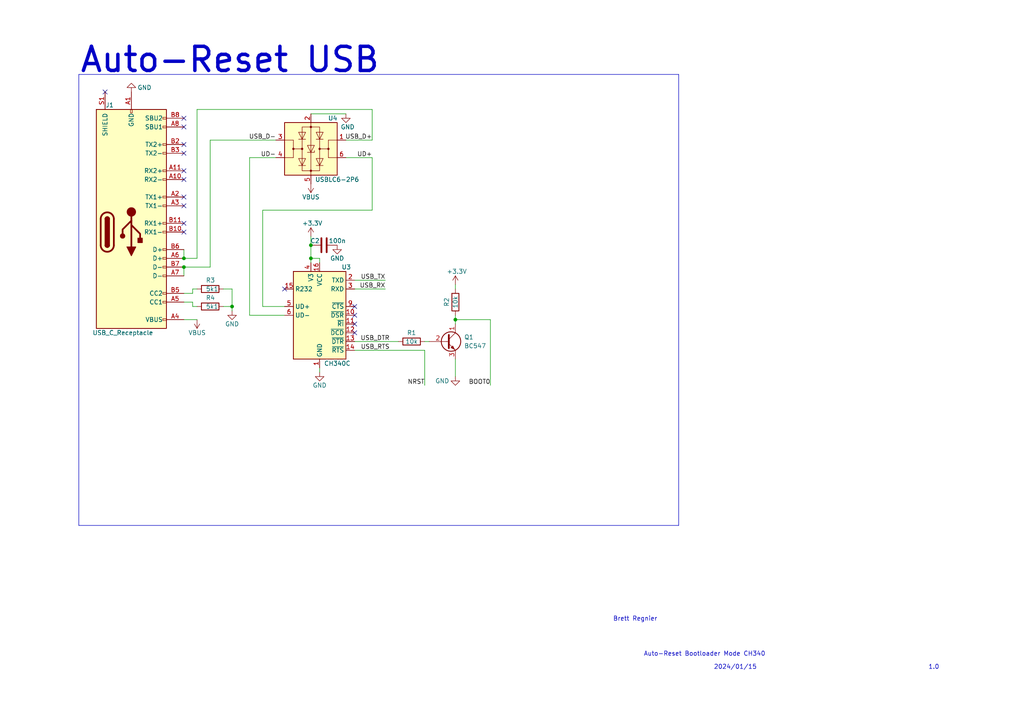
<source format=kicad_sch>
(kicad_sch (version 20230121) (generator eeschema)
  (paper "A4")
  (lib_symbols
    (symbol "Connector:USB_C_Receptacle" (pin_names (offset 1.016))
      (property "Reference" "J" (at -10.16 29.21 0))
      (property "Value" "USB_C_Receptacle" (at 10.16 29.21 0))
      (symbol "USB_C_Receptacle_0_0"
        (rectangle (start -0.254 -35.56) (end 0.254 -34.544))
        (rectangle (start 10.16 -32.766) (end 9.144 -33.274))
        (rectangle (start 10.16 -30.226) (end 9.144 -30.734))
        (rectangle (start 10.16 -25.146) (end 9.144 -25.654))
        (rectangle (start 10.16 -22.606) (end 9.144 -23.114))
        (rectangle (start 10.16 -17.526) (end 9.144 -18.034))
        (rectangle (start 10.16 -14.986) (end 9.144 -15.494))
        (rectangle (start 10.16 -9.906) (end 9.144 -10.414))
        (rectangle (start 10.16 -7.366) (end 9.144 -7.874))
        (rectangle (start 10.16 -2.286) (end 9.144 -2.794))
        (rectangle (start 10.16 0.254) (end 9.144 -0.254))
        (rectangle (start 10.16 5.334) (end 9.144 4.826))
        (rectangle (start 10.16 7.874) (end 9.144 7.366))
        (rectangle (start 10.16 10.414) (end 9.144 9.906))
        (rectangle (start 10.16 12.954) (end 9.144 12.446))
        (rectangle (start 10.16 18.034) (end 9.144 17.526))
        (rectangle (start 10.16 20.574) (end 9.144 20.066))
        (rectangle (start 10.16 25.654) (end 9.144 25.146))
      )
      (symbol "USB_C_Receptacle_0_1"
        (rectangle (start -10.16 27.94) (end 10.16 -35.56) (stroke (width 0.254)) (fill (type background)))
        (arc (start -8.89 -3.81) (mid -6.985 -5.7067) (end -5.08 -3.81) (stroke (width 0.508)))
        (arc (start -7.62 -3.81) (mid -6.985 -4.4423) (end -6.35 -3.81) (stroke (width 0.254)))
        (arc (start -7.62 -3.81) (mid -6.985 -4.4423) (end -6.35 -3.81) (stroke (width 0.254)) (fill (type outline)))
        (rectangle (start -7.62 -3.81) (end -6.35 3.81) (stroke (width 0.254)) (fill (type outline)))
        (arc (start -6.35 3.81) (mid -6.985 4.4423) (end -7.62 3.81) (stroke (width 0.254)))
        (arc (start -6.35 3.81) (mid -6.985 4.4423) (end -7.62 3.81) (stroke (width 0.254)) (fill (type outline)))
        (arc (start -5.08 3.81) (mid -6.985 5.7067) (end -8.89 3.81) (stroke (width 0.508)))
        (polyline (pts (xy -8.89 -3.81) (xy -8.89 3.81)) (stroke (width 0.508)))
        (polyline (pts (xy -5.08 3.81) (xy -5.08 -3.81)) (stroke (width 0.508)))
      )
      (symbol "USB_C_Receptacle_1_1"
        (circle (center -2.54 1.143) (radius 0.635) (stroke (width 0.254)) (fill (type outline)))
        (circle (center 0 -5.842) (radius 1.27) (fill (type outline)))
        (polyline (pts (xy 0 -5.842) (xy 0 4.318)) (stroke (width 0.508)))
        (polyline (pts (xy 0 -3.302) (xy -2.54 -0.762) (xy -2.54 0.508)) (stroke (width 0.508)))
        (polyline (pts (xy 0 -2.032) (xy 2.54 0.508) (xy 2.54 1.778)) (stroke (width 0.508)))
        (polyline (pts (xy -1.27 4.318) (xy 0 6.858) (xy 1.27 4.318) (xy -1.27 4.318)) (stroke (width 0.254)) (fill (type outline)))
        (rectangle (start 1.905 1.778) (end 3.175 3.048) (stroke (width 0.254)) (fill (type outline)))
        (pin passive line (at 0 -40.64 90) (length 5.08) (name "GND") (number "A1"))
        (pin bidirectional line (at 15.24 -15.24 180) (length 5.08) (name "RX2-") (number "A10"))
        (pin bidirectional line (at 15.24 -17.78 180) (length 5.08) (name "RX2+") (number "A11"))
        (pin passive line (at 0 -40.64 90) (length 5.08) hide (name "GND") (number "A12"))
        (pin bidirectional line (at 15.24 -10.16 180) (length 5.08) (name "TX1+") (number "A2"))
        (pin bidirectional line (at 15.24 -7.62 180) (length 5.08) (name "TX1-") (number "A3"))
        (pin passive line (at 15.24 25.4 180) (length 5.08) (name "VBUS") (number "A4"))
        (pin bidirectional line (at 15.24 20.32 180) (length 5.08) (name "CC1") (number "A5"))
        (pin bidirectional line (at 15.24 7.62 180) (length 5.08) (name "D+") (number "A6"))
        (pin bidirectional line (at 15.24 12.7 180) (length 5.08) (name "D-") (number "A7"))
        (pin bidirectional line (at 15.24 -30.48 180) (length 5.08) (name "SBU1") (number "A8"))
        (pin passive line (at 15.24 25.4 180) (length 5.08) hide (name "VBUS") (number "A9"))
        (pin passive line (at 0 -40.64 90) (length 5.08) hide (name "GND") (number "B1"))
        (pin bidirectional line (at 15.24 0 180) (length 5.08) (name "RX1-") (number "B10"))
        (pin bidirectional line (at 15.24 -2.54 180) (length 5.08) (name "RX1+") (number "B11"))
        (pin passive line (at 0 -40.64 90) (length 5.08) hide (name "GND") (number "B12"))
        (pin bidirectional line (at 15.24 -25.4 180) (length 5.08) (name "TX2+") (number "B2"))
        (pin bidirectional line (at 15.24 -22.86 180) (length 5.08) (name "TX2-") (number "B3"))
        (pin passive line (at 15.24 25.4 180) (length 5.08) hide (name "VBUS") (number "B4"))
        (pin bidirectional line (at 15.24 17.78 180) (length 5.08) (name "CC2") (number "B5"))
        (pin bidirectional line (at 15.24 5.08 180) (length 5.08) (name "D+") (number "B6"))
        (pin bidirectional line (at 15.24 10.16 180) (length 5.08) (name "D-") (number "B7"))
        (pin bidirectional line (at 15.24 -33.02 180) (length 5.08) (name "SBU2") (number "B8"))
        (pin passive line (at 15.24 25.4 180) (length 5.08) hide (name "VBUS") (number "B9"))
        (pin passive line (at -7.62 -40.64 90) (length 5.08) (name "SHIELD") (number "S1"))
      )
    )
    (symbol "Device:C" (pin_numbers hide) (pin_names (offset 0.254))
      (property "Reference" "C" (at 0.635 2.54 0))
      (property "Value" "C" (at 0.635 -2.54 0))
      (symbol "C_0_1"
        (polyline (pts (xy -2.032 -0.762) (xy 2.032 -0.762)) (stroke (width 0.508)))
        (polyline (pts (xy -2.032 0.762) (xy 2.032 0.762)) (stroke (width 0.508)))
      )
      (symbol "C_1_1"
        (pin passive line (at 0 3.81 270) (length 2.794) (name "~") (number "1"))
        (pin passive line (at 0 -3.81 90) (length 2.794) (name "~") (number "2"))
      )
    )
    (symbol "Device:R" (pin_numbers hide) (pin_names (offset 0))
      (property "Reference" "R" (at 2.032 0 90))
      (property "Value" "R" (at 0 0 90))
      (symbol "R_0_1"
        (rectangle (start -1.016 -2.54) (end 1.016 2.54) (stroke (width 0.254)))
      )
      (symbol "R_1_1"
        (pin passive line (at 0 3.81 270) (length 1.27) (name "~") (number "1"))
        (pin passive line (at 0 -3.81 90) (length 1.27) (name "~") (number "2"))
      )
    )
    (symbol "Interface_USB:CH340C"
      (property "Reference" "U" (at -5.08 13.97 0))
      (property "Value" "CH340C" (at 1.27 13.97 0))
      (symbol "CH340C_0_1"
        (rectangle (start -7.62 12.7) (end 7.62 -12.7) (stroke (width 0.254)) (fill (type background)))
      )
      (symbol "CH340C_1_1"
        (pin power_in line (at 0 -15.24 90) (length 2.54) (name "GND") (number "1"))
        (pin input line (at 10.16 0 180) (length 2.54) (name "~{DSR}") (number "10"))
        (pin input line (at 10.16 -2.54 180) (length 2.54) (name "~{RI}") (number "11"))
        (pin input line (at 10.16 -5.08 180) (length 2.54) (name "~{DCD}") (number "12"))
        (pin output line (at 10.16 -7.62 180) (length 2.54) (name "~{DTR}") (number "13"))
        (pin output line (at 10.16 -10.16 180) (length 2.54) (name "~{RTS}") (number "14"))
        (pin input line (at -10.16 7.62 0) (length 2.54) (name "R232") (number "15"))
        (pin power_in line (at 0 15.24 270) (length 2.54) (name "VCC") (number "16"))
        (pin output line (at 10.16 10.16 180) (length 2.54) (name "TXD") (number "2"))
        (pin input line (at 10.16 7.62 180) (length 2.54) (name "RXD") (number "3"))
        (pin passive line (at -2.54 15.24 270) (length 2.54) (name "V3") (number "4"))
        (pin bidirectional line (at -10.16 2.54 0) (length 2.54) (name "UD+") (number "5"))
        (pin bidirectional line (at -10.16 0 0) (length 2.54) (name "UD-") (number "6"))
        (pin no_connect line (at -7.62 -7.62 0) (length 2.54) hide (name "NC") (number "7"))
        (pin no_connect line (at -7.62 -10.16 0) (length 2.54) hide (name "NC") (number "8"))
        (pin input line (at 10.16 2.54 180) (length 2.54) (name "~{CTS}") (number "9"))
      )
    )
    (symbol "Power_Protection:USBLC6-2P6" (pin_names hide)
      (property "Reference" "U" (at 2.54 8.89 0))
      (property "Value" "USBLC6-2P6" (at 2.54 -8.89 0))
      (symbol "USBLC6-2P6_0_1"
        (rectangle (start -7.62 -7.62) (end 7.62 7.62) (stroke (width 0.254)) (fill (type background)))
        (circle (center -5.08 0) (radius 0.254) (fill (type outline)))
        (circle (center -2.54 0) (radius 0.254) (fill (type outline)))
        (rectangle (start -2.54 6.35) (end 2.54 -6.35))
        (circle (center 0 -6.35) (radius 0.254) (fill (type outline)))
        (polyline (pts (xy -5.08 -2.54) (xy -7.62 -2.54)))
        (polyline (pts (xy -5.08 0) (xy -5.08 -2.54)))
        (polyline (pts (xy -5.08 2.54) (xy -7.62 2.54)))
        (polyline (pts (xy -1.524 -2.794) (xy -3.556 -2.794)))
        (polyline (pts (xy -1.524 4.826) (xy -3.556 4.826)))
        (polyline (pts (xy 0 -7.62) (xy 0 -6.35)))
        (polyline (pts (xy 0 -6.35) (xy 0 1.27)))
        (polyline (pts (xy 0 1.27) (xy 0 6.35)))
        (polyline (pts (xy 0 6.35) (xy 0 7.62)))
        (polyline (pts (xy 1.524 -2.794) (xy 3.556 -2.794)))
        (polyline (pts (xy 1.524 4.826) (xy 3.556 4.826)))
        (polyline (pts (xy 5.08 -2.54) (xy 7.62 -2.54)))
        (polyline (pts (xy 5.08 0) (xy 5.08 -2.54)))
        (polyline (pts (xy 5.08 2.54) (xy 7.62 2.54)))
        (polyline (pts (xy -2.54 0) (xy -5.08 0) (xy -5.08 2.54)))
        (polyline (pts (xy 2.54 0) (xy 5.08 0) (xy 5.08 2.54)))
        (polyline (pts (xy -3.556 -4.826) (xy -1.524 -4.826) (xy -2.54 -2.794) (xy -3.556 -4.826)))
        (polyline (pts (xy -3.556 2.794) (xy -1.524 2.794) (xy -2.54 4.826) (xy -3.556 2.794)))
        (polyline (pts (xy -1.016 -1.016) (xy 1.016 -1.016) (xy 0 1.016) (xy -1.016 -1.016)))
        (polyline (pts (xy 1.016 1.016) (xy 0.762 1.016) (xy -1.016 1.016) (xy -1.016 0.508)))
        (polyline (pts (xy 3.556 -4.826) (xy 1.524 -4.826) (xy 2.54 -2.794) (xy 3.556 -4.826)))
        (polyline (pts (xy 3.556 2.794) (xy 1.524 2.794) (xy 2.54 4.826) (xy 3.556 2.794)))
        (circle (center 0 6.35) (radius 0.254) (fill (type outline)))
        (circle (center 2.54 0) (radius 0.254) (fill (type outline)))
        (circle (center 5.08 0) (radius 0.254) (fill (type outline)))
      )
      (symbol "USBLC6-2P6_1_1"
        (pin passive line (at -10.16 -2.54 0) (length 2.54) (name "I/O1") (number "1"))
        (pin passive line (at 0 -10.16 90) (length 2.54) (name "GND") (number "2"))
        (pin passive line (at 10.16 -2.54 180) (length 2.54) (name "I/O2") (number "3"))
        (pin passive line (at 10.16 2.54 180) (length 2.54) (name "I/O2") (number "4"))
        (pin passive line (at 0 10.16 270) (length 2.54) (name "VBUS") (number "5"))
        (pin passive line (at -10.16 2.54 0) (length 2.54) (name "I/O1") (number "6"))
      )
    )
    (symbol "Transistor_BJT:BC547" (pin_names (offset 0) hide)
      (property "Reference" "Q" (at 5.08 1.905 0))
      (property "Value" "BC547" (at 5.08 0 0))
      (symbol "BC547_0_1"
        (polyline (pts (xy 0 0) (xy 0.635 0)))
        (polyline (pts (xy 0.635 0.635) (xy 2.54 2.54)))
        (polyline (pts (xy 0.635 -0.635) (xy 2.54 -2.54) (xy 2.54 -2.54)))
        (polyline (pts (xy 0.635 1.905) (xy 0.635 -1.905) (xy 0.635 -1.905)) (stroke (width 0.508)))
        (polyline (pts (xy 1.27 -1.778) (xy 1.778 -1.27) (xy 2.286 -2.286) (xy 1.27 -1.778) (xy 1.27 -1.778)) (fill (type outline)))
        (circle (center 1.27 0) (radius 2.8194) (stroke (width 0.254)))
      )
      (symbol "BC547_1_1"
        (pin passive line (at 2.54 5.08 270) (length 2.54) (name "C") (number "1"))
        (pin input line (at -5.08 0 0) (length 5.08) (name "B") (number "2"))
        (pin passive line (at 2.54 -5.08 90) (length 2.54) (name "E") (number "3"))
      )
    )
    (symbol "power:+3.3V" (power) (pin_names (offset 0))
      (property "Value" "+3.3V" (at 0 3.556 0))
      (symbol "+3.3V_0_1"
        (polyline (pts (xy -0.762 1.27) (xy 0 2.54)))
        (polyline (pts (xy 0 0) (xy 0 2.54)))
        (polyline (pts (xy 0 2.54) (xy 0.762 1.27)))
      )
      (symbol "+3.3V_1_1"
        (pin power_in line (at 0 0 90) (length 0) hide (name "+3.3V") (number "1"))
      )
    )
    (symbol "power:GND" (power) (pin_names (offset 0))
      (property "Value" "GND" (at 0 -3.81 0))
      (symbol "GND_0_1"
        (polyline (pts (xy 0 0) (xy 0 -1.27) (xy 1.27 -1.27) (xy 0 -2.54) (xy -1.27 -1.27) (xy 0 -1.27)))
      )
      (symbol "GND_1_1"
        (pin power_in line (at 0 0 270) (length 0) hide (name "GND") (number "1"))
      )
    )
    (symbol "power:VBUS" (power) (pin_names (offset 0))
      (property "Value" "VBUS" (at 0 3.81 0))
      (symbol "VBUS_0_1"
        (polyline (pts (xy -0.762 1.27) (xy 0 2.54)))
        (polyline (pts (xy 0 0) (xy 0 2.54)))
        (polyline (pts (xy 0 2.54) (xy 0.762 1.27)))
      )
      (symbol "VBUS_1_1"
        (pin power_in line (at 0 0 90) (length 0) hide (name "VBUS") (number "1"))
      )
    )
  )
  (junction (at 67.31 88.9))
  (junction (at 90.17 74.93))
  (junction (at 53.34 77.47))
  (junction (at 53.34 74.93))
  (junction (at 90.17 71.12))
  (junction (at 132.08 92.71))
  (no_connect (at 53.34 36.83))
  (no_connect (at 53.34 41.91))
  (no_connect (at 30.48 26.67))
  (no_connect (at 102.87 88.9))
  (no_connect (at 53.34 64.77))
  (no_connect (at 102.87 96.52))
  (no_connect (at 53.34 57.15))
  (no_connect (at 102.87 91.44))
  (no_connect (at 82.55 83.82))
  (no_connect (at 53.34 52.07))
  (no_connect (at 53.34 59.69))
  (no_connect (at 53.34 49.53))
  (no_connect (at 102.87 93.98))
  (no_connect (at 53.34 34.29))
  (no_connect (at 53.34 67.31))
  (no_connect (at 53.34 44.45))
  (wire (pts (xy 90.17 68.58) (xy 90.17 71.12)))
  (wire (pts (xy 100.33 40.64) (xy 107.95 40.64)))
  (wire (pts (xy 76.2 88.9) (xy 76.2 60.96)))
  (wire (pts (xy 57.15 31.75) (xy 107.95 31.75)))
  (wire (pts (xy 132.08 82.55) (xy 132.08 83.82)))
  (wire (pts (xy 72.39 91.44) (xy 72.39 45.72)))
  (wire (pts (xy 57.15 31.75) (xy 57.15 74.93)))
  (wire (pts (xy 76.2 88.9) (xy 82.55 88.9)))
  (wire (pts (xy 100.33 45.72) (xy 107.95 45.72)))
  (wire (pts (xy 57.15 88.9) (xy 55.88 88.9)))
  (wire (pts (xy 60.96 40.64) (xy 80.01 40.64)))
  (polyline (pts (xy 196.85 152.4) (xy 22.86 152.4)))
  (wire (pts (xy 142.24 92.71) (xy 142.24 111.76)))
  (wire (pts (xy 53.34 87.63) (xy 55.88 87.63)))
  (wire (pts (xy 90.17 74.93) (xy 92.71 74.93)))
  (wire (pts (xy 92.71 107.95) (xy 92.71 106.68)))
  (wire (pts (xy 90.17 74.93) (xy 90.17 76.2)))
  (wire (pts (xy 57.15 92.71) (xy 53.34 92.71)))
  (wire (pts (xy 102.87 99.06) (xy 115.57 99.06)))
  (wire (pts (xy 132.08 91.44) (xy 132.08 92.71)))
  (wire (pts (xy 64.77 88.9) (xy 67.31 88.9)))
  (wire (pts (xy 55.88 83.82) (xy 55.88 85.09)))
  (polyline (pts (xy 22.86 152.4) (xy 22.86 21.59)))
  (wire (pts (xy 67.31 88.9) (xy 67.31 90.17)))
  (wire (pts (xy 92.71 74.93) (xy 92.71 76.2)))
  (wire (pts (xy 72.39 45.72) (xy 80.01 45.72)))
  (wire (pts (xy 60.96 77.47) (xy 60.96 40.64)))
  (polyline (pts (xy 22.86 21.59) (xy 196.85 21.59)))
  (wire (pts (xy 123.19 99.06) (xy 124.46 99.06)))
  (wire (pts (xy 123.19 101.6) (xy 123.19 111.76)))
  (wire (pts (xy 53.34 77.47) (xy 53.34 80.01)))
  (wire (pts (xy 132.08 92.71) (xy 142.24 92.71)))
  (wire (pts (xy 132.08 92.71) (xy 132.08 93.98)))
  (wire (pts (xy 67.31 83.82) (xy 67.31 88.9)))
  (wire (pts (xy 102.87 101.6) (xy 123.19 101.6)))
  (wire (pts (xy 76.2 60.96) (xy 107.95 60.96)))
  (wire (pts (xy 107.95 31.75) (xy 107.95 40.64)))
  (wire (pts (xy 102.87 81.28) (xy 111.76 81.28)))
  (wire (pts (xy 102.87 83.82) (xy 111.76 83.82)))
  (wire (pts (xy 90.17 71.12) (xy 90.17 74.93)))
  (wire (pts (xy 55.88 85.09) (xy 53.34 85.09)))
  (wire (pts (xy 107.95 45.72) (xy 107.95 60.96)))
  (wire (pts (xy 132.08 104.14) (xy 132.08 109.22)))
  (wire (pts (xy 53.34 77.47) (xy 60.96 77.47)))
  (wire (pts (xy 67.31 83.82) (xy 64.77 83.82)))
  (wire (pts (xy 57.15 83.82) (xy 55.88 83.82)))
  (wire (pts (xy 53.34 72.39) (xy 53.34 74.93)))
  (wire (pts (xy 53.34 74.93) (xy 57.15 74.93)))
  (wire (pts (xy 55.88 88.9) (xy 55.88 87.63)))
  (wire (pts (xy 82.55 91.44) (xy 72.39 91.44)))
  (polyline (pts (xy 196.85 21.59) (xy 196.85 152.4)))
  (wire (pts (xy 90.17 33.02) (xy 100.33 33.02)))
  (text "Auto-Reset Bootloader Mode CH340" (at 186.69 190.5 0) (effects (font (size 1.27 1.27)) (justify left bottom)))
  (text "2024/01/15" (at 207.01 194.31 0) (effects (font (size 1.27 1.27)) (justify left bottom)))
  (text "1.0" (at 269.24 194.31 0) (effects (font (size 1.27 1.27)) (justify left bottom)))
  (text "Brett Regnier" (at 177.8 180.34 0) (effects (font (size 1.27 1.27)) (justify left bottom)))
  (text "Auto-Reset USB" (at 22.86 21.59 0) (effects (font (size 7 7) (thickness 1) bold) (justify left bottom)))
  (label "USB_TX" (at 111.76 81.28 180))
  (label "USB_D-" (at 80.01 40.64 180))
  (label "USB_DTR" (at 113.03 99.06 180))
  (label "UD-" (at 80.01 45.72 180))
  (label "BOOT0" (at 142.24 111.76 180))
  (label "USB_RX" (at 111.76 83.82 180))
  (label "USB_RTS" (at 113.03 101.6 180))
  (label "UD+" (at 107.95 45.72 180))
  (label "NRST" (at 123.19 111.76 180))
  (label "USB_D+" (at 107.95 40.64 180))
  (symbol (lib_id "power:VBUS") (at 90.17 53.34 180) (unit 1)
    (property "Reference" "#PWR014" (effects hide))
    (property "Value" "VBUS" (at 90.17 57.15 0))
  )
  (symbol (lib_id "power:GND") (at 97.79 71.12 0) (unit 1)
    (property "Reference" "#PWR015" (effects hide))
    (property "Value" "GND" (at 97.79 74.93 0))
  )
  (symbol (lib_id "Device:R") (at 60.96 83.82 270) (mirror x) (unit 1)
    (property "Reference" "R3" (at 59.69 81.28 90) (effects (justify left)))
    (property "Value" "5k1" (at 59.69 83.82 90) (effects (justify left)))
    (property "Footprint" "Resistor_SMD:R_0402_1005Metric" (effects hide))
    (property "JLCPCB#" "C25905" (effects hide))
  )
  (symbol (lib_id "Interface_USB:CH340C") (at 92.71 91.44 0) (unit 1)
    (property "Reference" "U3" (at 99.06 77.47 0) (effects (justify left)))
    (property "Value" "CH340C" (at 93.98 105.41 0) (effects (justify left)))
    (property "Footprint" "Package_SO:SOIC-16_3.9x9.9mm_P1.27mm" (effects hide))
    (property "Datasheet" "https://datasheet.lcsc.com/szlcsc/Jiangsu-Qin-Heng-CH340C_C84681.pdf" (effects hide))
    (property "JLCPCB#" "C84681" (effects hide))
  )
  (symbol (lib_id "Connector:USB_C_Receptacle") (at 38.1 67.31 0) (mirror x) (unit 1)
    (property "Reference" "J1" (at 33.02 30.48 0) (effects (justify right)))
    (property "Value" "USB_C_Receptacle" (at 44.45 96.52 0) (effects (justify right)))
    (property "Footprint" "Connector_USB:USB_C_Receptacle_HRO_TYPE-C-31-M-12" (effects hide))
    (property "Datasheet" "https://www.usb.org/sites/default/files/documents/usb_type-c.zip" (effects hide))
    (property "JLCPCB#" "C165948" (effects hide))
  )
  (symbol (lib_id "power:VBUS") (at 57.15 92.71 0) (mirror x) (unit 1)
    (property "Reference" "#PWR011" (effects hide))
    (property "Value" "VBUS" (at 54.61 96.52 0) (effects (justify left)))
  )
  (symbol (lib_id "Device:R") (at 132.08 87.63 180) (unit 1)
    (property "Reference" "R2" (at 129.54 87.63 90))
    (property "Value" "10k" (at 132.08 87.63 90))
  )
  (symbol (lib_id "Device:R") (at 60.96 88.9 270) (mirror x) (unit 1)
    (property "Reference" "R4" (at 59.69 86.36 90) (effects (justify left)))
    (property "Value" "5k1" (at 59.69 88.9 90) (effects (justify left)))
    (property "Footprint" "Resistor_SMD:R_0402_1005Metric" (effects hide))
    (property "JLCPCB#" "C25905" (effects hide))
  )
  (symbol (lib_id "power:+3.3V") (at 90.17 68.58 0) (unit 1)
    (property "Reference" "#PWR013" (effects hide))
    (property "Value" "+3.3V" (at 87.63 64.77 0) (effects (justify left)))
  )
  (symbol (lib_id "Device:C") (at 93.98 71.12 90) (unit 1)
    (property "Reference" "C2" (at 92.71 69.85 90) (effects (justify left)))
    (property "Value" "100n" (at 100.33 69.85 90) (effects (justify left)))
    (property "Footprint" "Capacitor_SMD:C_0402_1005Metric" (effects hide))
    (property "JLCPCB#" "C1525" (effects hide))
  )
  (symbol (lib_id "power:GND") (at 67.31 90.17 0) (unit 1)
    (property "Reference" "#PWR017" (effects hide))
    (property "Value" "GND" (at 67.31 93.98 0))
  )
  (symbol (lib_id "Power_Protection:USBLC6-2P6") (at 90.17 43.18 180) (unit 1)
    (property "Reference" "U4" (at 96.52 34.29 0))
    (property "Value" "USBLC6-2P6" (at 97.79 52.07 0))
    (property "Footprint" "Package_TO_SOT_SMD:SOT-666" (effects hide))
    (property "Datasheet" "https://www.st.com/resource/en/datasheet/usblc6-2.pdf" (effects hide))
    (property "JLCPCB#" "C2827693" (effects hide))
  )
  (symbol (lib_id "power:GND") (at 132.08 109.22 0) (unit 1)
    (property "Reference" "#PWR02" (effects hide))
    (property "Value" "GND" (at 128.27 110.49 0))
  )
  (symbol (lib_id "Transistor_BJT:BC547") (at 129.54 99.06 0) (unit 1)
    (property "Reference" "Q1" (at 134.62 97.79 0) (effects (justify left)))
    (property "Value" "BC547" (at 134.62 100.33 0) (effects (justify left)))
    (property "Footprint" "Package_TO_SOT_THT:TO-92_Inline" (effects hide))
    (property "Datasheet" "https://www.onsemi.com/pub/Collateral/BC550-D.pdf" (effects hide))
  )
  (symbol (lib_id "power:GND") (at 38.1 26.67 0) (mirror x) (unit 1)
    (property "Reference" "#PWR012" (effects hide))
    (property "Value" "GND" (at 41.91 25.4 0))
  )
  (symbol (lib_id "power:GND") (at 92.71 107.95 0) (unit 1)
    (property "Reference" "#PWR09" (effects hide))
    (property "Value" "GND" (at 92.71 111.76 0))
  )
  (symbol (lib_id "power:GND") (at 100.33 33.02 0) (unit 1)
    (property "Reference" "#PWR016" (effects hide))
    (property "Value" "GND" (at 102.87 36.83 0) (effects (justify right)))
  )
  (symbol (lib_id "Device:R") (at 119.38 99.06 90) (unit 1)
    (property "Reference" "R1" (at 119.38 96.52 90))
    (property "Value" "10k" (at 119.38 99.06 90))
  )
  (symbol (lib_id "power:+3.3V") (at 132.08 82.55 0) (unit 1)
    (property "Reference" "#PWR01" (effects hide))
    (property "Value" "+3.3V" (at 129.54 78.74 0) (effects (justify left)))
  )
)
</source>
